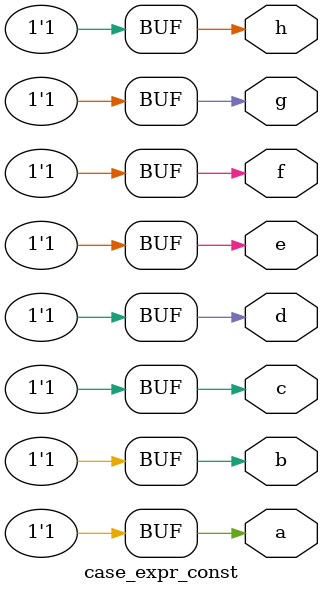
<source format=sv>
module case_expr_const(
	// expected to output all 1s
    output reg a, b, c, d, e, f, g, h
);
    initial begin
        case (2'b0)
            1'b0:    a = 1;
            default: a = 0;
        endcase
        case (2'sb11)
            2'sb01:  b = 0;
            1'sb1:   b = 1;
        endcase
        case (2'sb11)
            1'sb0:   c = 0;
            1'sb1:   c = 1;
        endcase
        case (2'sb11)
            1'b0:    d = 0;
            1'sb1:   d = 0;
            default: d = 1;
        endcase
        case (2'b11)
            1'sb0:   e = 0;
            1'sb1:   e = 0;
            default: e = 1;
        endcase
        case (1'sb1)
            1'sb0:   f = 0;
            2'sb11:  f = 1;
            default: f = 0;
        endcase
        case (1'sb1)
            1'sb0:   g = 0;
            3'b0:    g = 0;
            2'sb11:  g = 0;
            default: g = 1;
        endcase
        case (1'sb1)
            1'sb0:   h = 0;
            1'b1:    h = 1;
            3'b0:    h = 0;
            2'sb11:  h = 0;
            default: h = 0;
        endcase
    end
endmodule
</source>
